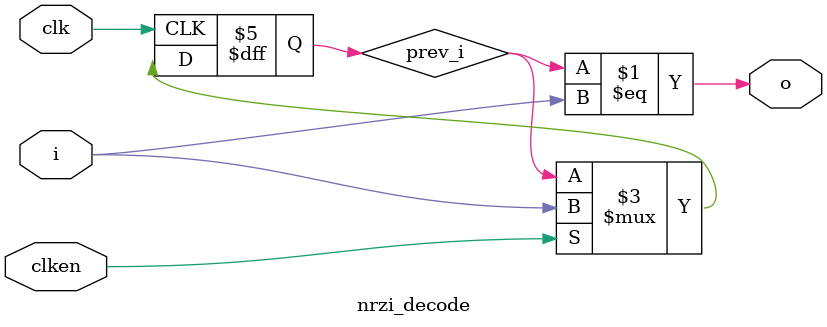
<source format=v>
module multisample3(
    input clk,
    input in,
    output reg out
    );

reg[2:0] r;

always @(r) begin
    case (r)
        3'b000: out = 1'b0;
        3'b001: out = 1'b0;
        3'b010: out = 1'b0;
        3'b011: out = 1'b1;
        3'b100: out = 1'b0;
        3'b101: out = 1'b1;
        3'b110: out = 1'b1;
        3'b111: out = 1'b1;
    endcase
end

always @(posedge clk) begin
    r <= { r[1:0], in };
end

endmodule

//---------------------------------------------------------------------
module multisample5(
    input clk,
    input in,
    output reg out
    );

reg[4:0] r;

always @(r) begin
    case (r)
        5'b00000: out = 1'b0;
        5'b00001: out = 1'b0;
        5'b00010: out = 1'b0;
        5'b00011: out = 1'b0;
        5'b00100: out = 1'b0;
        5'b00101: out = 1'b0;
        5'b00110: out = 1'b0;
        5'b00111: out = 1'b1;
        5'b01000: out = 1'b0;
        5'b01001: out = 1'b0;
        5'b01010: out = 1'b0;
        5'b01011: out = 1'b1;
        5'b01100: out = 1'b0;
        5'b01101: out = 1'b1;
        5'b01110: out = 1'b1;
        5'b01111: out = 1'b1;
        5'b10000: out = 1'b0;
        5'b10001: out = 1'b0;
        5'b10010: out = 1'b0;
        5'b10011: out = 1'b1;
        5'b10100: out = 1'b0;
        5'b10101: out = 1'b1;
        5'b10110: out = 1'b1;
        5'b10111: out = 1'b1;
        5'b11000: out = 1'b0;
        5'b11001: out = 1'b1;
        5'b11010: out = 1'b1;
        5'b11011: out = 1'b1;
        5'b11100: out = 1'b1;
        5'b11101: out = 1'b1;
        5'b11110: out = 1'b1;
        5'b11111: out = 1'b1;
    endcase
end

always @(posedge clk) begin
    r <= { r[3:0], in };
end

endmodule

//---------------------------------------------------------------------
module nrzi_decode(
    input clk,
    input clken,
    input i,
    output o
    );

reg prev_i;
assign o = (prev_i == i);

always @(posedge clk) begin
    if (clken) begin
        prev_i <= i;
    end
end

endmodule
</source>
